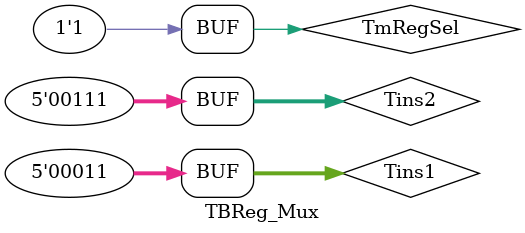
<source format=v>
`timescale 1ns/1ns

module TBReg_Mux();

//2 - Declaracion de cables y registros
reg [4:0]Tins1, Tins2;
reg TmRegSel;
wire [4:0]TinsAddress;

//3 - Cuerpo del modulo

//Instancias
Reg_Dst_Mux test(
	.ins1(Tins1),
	.ins2(Tins2),
	.mRegSel(TmRegSel),
	.insAddress(TinsAddress)
);

initial
begin
	Tins1 = 5'd3;
	Tins2 = 5'd7;
	TmRegSel = 1'b0;
	#100;
	Tins1 = 5'd3;
	Tins2 = 5'd7;
	TmRegSel = 1'b1;
	#100;
end

endmodule

</source>
